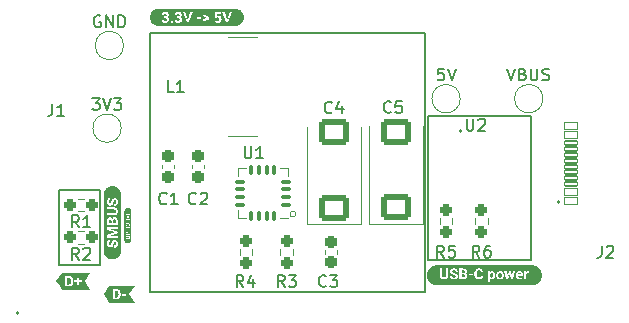
<source format=gto>
%TF.GenerationSoftware,KiCad,Pcbnew,6.0.11+dfsg-1*%
%TF.CreationDate,2024-02-28T17:50:01-05:00*%
%TF.ProjectId,usb-c-expresscard,7573622d-632d-4657-9870-726573736361,R1*%
%TF.SameCoordinates,Original*%
%TF.FileFunction,Legend,Top*%
%TF.FilePolarity,Positive*%
%FSLAX46Y46*%
G04 Gerber Fmt 4.6, Leading zero omitted, Abs format (unit mm)*
G04 Created by KiCad (PCBNEW 6.0.11+dfsg-1) date 2024-02-28 17:50:01*
%MOMM*%
%LPD*%
G01*
G04 APERTURE LIST*
G04 Aperture macros list*
%AMRoundRect*
0 Rectangle with rounded corners*
0 $1 Rounding radius*
0 $2 $3 $4 $5 $6 $7 $8 $9 X,Y pos of 4 corners*
0 Add a 4 corners polygon primitive as box body*
4,1,4,$2,$3,$4,$5,$6,$7,$8,$9,$2,$3,0*
0 Add four circle primitives for the rounded corners*
1,1,$1+$1,$2,$3*
1,1,$1+$1,$4,$5*
1,1,$1+$1,$6,$7*
1,1,$1+$1,$8,$9*
0 Add four rect primitives between the rounded corners*
20,1,$1+$1,$2,$3,$4,$5,0*
20,1,$1+$1,$4,$5,$6,$7,0*
20,1,$1+$1,$6,$7,$8,$9,0*
20,1,$1+$1,$8,$9,$2,$3,0*%
%AMFreePoly0*
4,1,5,1.000760,-0.248920,-1.000760,-0.248920,-1.000760,0.248920,1.000760,0.248920,1.000760,-0.248920,1.000760,-0.248920,$1*%
%AMFreePoly1*
4,1,5,1.000760,-0.248158,-1.000760,-0.248158,-1.000760,0.249682,1.000760,0.249682,1.000760,-0.248158,1.000760,-0.248158,$1*%
%AMFreePoly2*
4,1,5,1.000760,-0.249936,-1.000760,-0.249936,-1.000760,0.247904,1.000760,0.247904,1.000760,-0.249936,1.000760,-0.249936,$1*%
%AMFreePoly3*
4,1,5,1.000760,-0.249174,-1.000760,-0.249174,-1.000760,0.248666,1.000760,0.248666,1.000760,-0.249174,1.000760,-0.249174,$1*%
%AMFreePoly4*
4,1,5,1.000760,-0.248412,-1.000760,-0.248412,-1.000760,0.249428,1.000760,0.249428,1.000760,-0.248412,1.000760,-0.248412,$1*%
%AMFreePoly5*
4,1,5,1.000760,-0.247650,-1.000760,-0.247650,-1.000760,0.250190,1.000760,0.250190,1.000760,-0.247650,1.000760,-0.247650,$1*%
%AMFreePoly6*
4,1,5,1.000760,-0.249428,-1.000760,-0.249428,-1.000760,0.248412,1.000760,0.248412,1.000760,-0.249428,1.000760,-0.249428,$1*%
%AMFreePoly7*
4,1,5,1.000760,-0.248666,-1.000760,-0.248666,-1.000760,0.249174,1.000760,0.249174,1.000760,-0.248666,1.000760,-0.248666,$1*%
%AMFreePoly8*
4,1,5,1.000760,-0.247904,-1.000760,-0.247904,-1.000760,0.249936,1.000760,0.249936,1.000760,-0.247904,1.000760,-0.247904,$1*%
%AMFreePoly9*
4,1,5,1.000760,-0.249682,-1.000760,-0.249682,-1.000760,0.248158,1.000760,0.248158,1.000760,-0.249682,1.000760,-0.249682,$1*%
G04 Aperture macros list end*
%ADD10C,0.150000*%
%ADD11C,0.120000*%
%ADD12C,0.200000*%
%ADD13C,0.010000*%
%ADD14RoundRect,0.237500X-0.237500X0.300000X-0.237500X-0.300000X0.237500X-0.300000X0.237500X0.300000X0*%
%ADD15RoundRect,0.237500X0.250000X0.237500X-0.250000X0.237500X-0.250000X-0.237500X0.250000X-0.237500X0*%
%ADD16RoundRect,0.237500X-0.237500X0.250000X-0.237500X-0.250000X0.237500X-0.250000X0.237500X0.250000X0*%
%ADD17R,0.500126X0.279908*%
%ADD18R,0.900000X2.000000*%
%ADD19RoundRect,0.076200X0.550000X-0.300000X0.550000X0.300000X-0.550000X0.300000X-0.550000X-0.300000X0*%
%ADD20RoundRect,0.076200X0.550000X-0.150000X0.550000X0.150000X-0.550000X0.150000X-0.550000X-0.150000X0*%
%ADD21C,2.000000*%
%ADD22R,2.600000X8.200000*%
%ADD23RoundRect,0.250000X1.025000X-0.875000X1.025000X0.875000X-1.025000X0.875000X-1.025000X-0.875000X0*%
%ADD24RoundRect,0.237500X0.237500X-0.250000X0.237500X0.250000X-0.237500X0.250000X-0.237500X-0.250000X0*%
%ADD25RoundRect,0.087500X0.325000X0.087500X-0.325000X0.087500X-0.325000X-0.087500X0.325000X-0.087500X0*%
%ADD26RoundRect,0.087500X0.087500X0.325000X-0.087500X0.325000X-0.087500X-0.325000X0.087500X-0.325000X0*%
%ADD27R,2.700000X2.700000*%
%ADD28FreePoly0,180.000000*%
%ADD29FreePoly1,180.000000*%
%ADD30FreePoly2,180.000000*%
%ADD31FreePoly3,180.000000*%
%ADD32FreePoly4,180.000000*%
%ADD33FreePoly5,180.000000*%
%ADD34FreePoly6,180.000000*%
%ADD35FreePoly7,180.000000*%
%ADD36FreePoly8,180.000000*%
%ADD37FreePoly9,180.000000*%
G04 APERTURE END LIST*
D10*
X176500000Y-90500000D02*
X185200000Y-90500000D01*
X185200000Y-90500000D02*
X185200000Y-102650000D01*
X185200000Y-102650000D02*
X176500000Y-102650000D01*
X176500000Y-102650000D02*
X176500000Y-90500000D01*
X152900000Y-83450000D02*
X176200000Y-83450000D01*
X176200000Y-83450000D02*
X176200000Y-105350000D01*
X176200000Y-105350000D02*
X152900000Y-105350000D01*
X152900000Y-105350000D02*
X152900000Y-83450000D01*
X148700000Y-103100000D02*
X145200000Y-103100000D01*
X145200000Y-103100000D02*
X145200000Y-96750000D01*
X145200000Y-96750000D02*
X148700000Y-96750000D01*
X148700000Y-96750000D02*
X148700000Y-103100000D01*
%TO.C,C3*%
X167833333Y-104857142D02*
X167785714Y-104904761D01*
X167642857Y-104952380D01*
X167547619Y-104952380D01*
X167404761Y-104904761D01*
X167309523Y-104809523D01*
X167261904Y-104714285D01*
X167214285Y-104523809D01*
X167214285Y-104380952D01*
X167261904Y-104190476D01*
X167309523Y-104095238D01*
X167404761Y-104000000D01*
X167547619Y-103952380D01*
X167642857Y-103952380D01*
X167785714Y-104000000D01*
X167833333Y-104047619D01*
X168166666Y-103952380D02*
X168785714Y-103952380D01*
X168452380Y-104333333D01*
X168595238Y-104333333D01*
X168690476Y-104380952D01*
X168738095Y-104428571D01*
X168785714Y-104523809D01*
X168785714Y-104761904D01*
X168738095Y-104857142D01*
X168690476Y-104904761D01*
X168595238Y-104952380D01*
X168309523Y-104952380D01*
X168214285Y-104904761D01*
X168166666Y-104857142D01*
%TO.C,R2*%
X146920833Y-102632380D02*
X146587500Y-102156190D01*
X146349404Y-102632380D02*
X146349404Y-101632380D01*
X146730357Y-101632380D01*
X146825595Y-101680000D01*
X146873214Y-101727619D01*
X146920833Y-101822857D01*
X146920833Y-101965714D01*
X146873214Y-102060952D01*
X146825595Y-102108571D01*
X146730357Y-102156190D01*
X146349404Y-102156190D01*
X147301785Y-101727619D02*
X147349404Y-101680000D01*
X147444642Y-101632380D01*
X147682738Y-101632380D01*
X147777976Y-101680000D01*
X147825595Y-101727619D01*
X147873214Y-101822857D01*
X147873214Y-101918095D01*
X147825595Y-102060952D01*
X147254166Y-102632380D01*
X147873214Y-102632380D01*
%TO.C,R5*%
X177833333Y-102452380D02*
X177500000Y-101976190D01*
X177261904Y-102452380D02*
X177261904Y-101452380D01*
X177642857Y-101452380D01*
X177738095Y-101500000D01*
X177785714Y-101547619D01*
X177833333Y-101642857D01*
X177833333Y-101785714D01*
X177785714Y-101880952D01*
X177738095Y-101928571D01*
X177642857Y-101976190D01*
X177261904Y-101976190D01*
X178738095Y-101452380D02*
X178261904Y-101452380D01*
X178214285Y-101928571D01*
X178261904Y-101880952D01*
X178357142Y-101833333D01*
X178595238Y-101833333D01*
X178690476Y-101880952D01*
X178738095Y-101928571D01*
X178785714Y-102023809D01*
X178785714Y-102261904D01*
X178738095Y-102357142D01*
X178690476Y-102404761D01*
X178595238Y-102452380D01*
X178357142Y-102452380D01*
X178261904Y-102404761D01*
X178214285Y-102357142D01*
%TO.C,C1*%
X154333333Y-97857142D02*
X154285714Y-97904761D01*
X154142857Y-97952380D01*
X154047619Y-97952380D01*
X153904761Y-97904761D01*
X153809523Y-97809523D01*
X153761904Y-97714285D01*
X153714285Y-97523809D01*
X153714285Y-97380952D01*
X153761904Y-97190476D01*
X153809523Y-97095238D01*
X153904761Y-97000000D01*
X154047619Y-96952380D01*
X154142857Y-96952380D01*
X154285714Y-97000000D01*
X154333333Y-97047619D01*
X155285714Y-97952380D02*
X154714285Y-97952380D01*
X155000000Y-97952380D02*
X155000000Y-96952380D01*
X154904761Y-97095238D01*
X154809523Y-97190476D01*
X154714285Y-97238095D01*
%TO.C,U2*%
X179738095Y-90702380D02*
X179738095Y-91511904D01*
X179785714Y-91607142D01*
X179833333Y-91654761D01*
X179928571Y-91702380D01*
X180119047Y-91702380D01*
X180214285Y-91654761D01*
X180261904Y-91607142D01*
X180309523Y-91511904D01*
X180309523Y-90702380D01*
X180738095Y-90797619D02*
X180785714Y-90750000D01*
X180880952Y-90702380D01*
X181119047Y-90702380D01*
X181214285Y-90750000D01*
X181261904Y-90797619D01*
X181309523Y-90892857D01*
X181309523Y-90988095D01*
X181261904Y-91130952D01*
X180690476Y-91702380D01*
X181309523Y-91702380D01*
%TO.C,J2*%
X191166666Y-101452380D02*
X191166666Y-102166666D01*
X191119047Y-102309523D01*
X191023809Y-102404761D01*
X190880952Y-102452380D01*
X190785714Y-102452380D01*
X191595238Y-101547619D02*
X191642857Y-101500000D01*
X191738095Y-101452380D01*
X191976190Y-101452380D01*
X192071428Y-101500000D01*
X192119047Y-101547619D01*
X192166666Y-101642857D01*
X192166666Y-101738095D01*
X192119047Y-101880952D01*
X191547619Y-102452380D01*
X192166666Y-102452380D01*
%TO.C,C2*%
X156833333Y-97857142D02*
X156785714Y-97904761D01*
X156642857Y-97952380D01*
X156547619Y-97952380D01*
X156404761Y-97904761D01*
X156309523Y-97809523D01*
X156261904Y-97714285D01*
X156214285Y-97523809D01*
X156214285Y-97380952D01*
X156261904Y-97190476D01*
X156309523Y-97095238D01*
X156404761Y-97000000D01*
X156547619Y-96952380D01*
X156642857Y-96952380D01*
X156785714Y-97000000D01*
X156833333Y-97047619D01*
X157214285Y-97047619D02*
X157261904Y-97000000D01*
X157357142Y-96952380D01*
X157595238Y-96952380D01*
X157690476Y-97000000D01*
X157738095Y-97047619D01*
X157785714Y-97142857D01*
X157785714Y-97238095D01*
X157738095Y-97380952D01*
X157166666Y-97952380D01*
X157785714Y-97952380D01*
%TO.C,VBUS*%
X183166666Y-86454380D02*
X183500000Y-87454380D01*
X183833333Y-86454380D01*
X184500000Y-86930571D02*
X184642857Y-86978190D01*
X184690476Y-87025809D01*
X184738095Y-87121047D01*
X184738095Y-87263904D01*
X184690476Y-87359142D01*
X184642857Y-87406761D01*
X184547619Y-87454380D01*
X184166666Y-87454380D01*
X184166666Y-86454380D01*
X184500000Y-86454380D01*
X184595238Y-86502000D01*
X184642857Y-86549619D01*
X184690476Y-86644857D01*
X184690476Y-86740095D01*
X184642857Y-86835333D01*
X184595238Y-86882952D01*
X184500000Y-86930571D01*
X184166666Y-86930571D01*
X185166666Y-86454380D02*
X185166666Y-87263904D01*
X185214285Y-87359142D01*
X185261904Y-87406761D01*
X185357142Y-87454380D01*
X185547619Y-87454380D01*
X185642857Y-87406761D01*
X185690476Y-87359142D01*
X185738095Y-87263904D01*
X185738095Y-86454380D01*
X186166666Y-87406761D02*
X186309523Y-87454380D01*
X186547619Y-87454380D01*
X186642857Y-87406761D01*
X186690476Y-87359142D01*
X186738095Y-87263904D01*
X186738095Y-87168666D01*
X186690476Y-87073428D01*
X186642857Y-87025809D01*
X186547619Y-86978190D01*
X186357142Y-86930571D01*
X186261904Y-86882952D01*
X186214285Y-86835333D01*
X186166666Y-86740095D01*
X186166666Y-86644857D01*
X186214285Y-86549619D01*
X186261904Y-86502000D01*
X186357142Y-86454380D01*
X186595238Y-86454380D01*
X186738095Y-86502000D01*
%TO.C,R1*%
X146920833Y-99882380D02*
X146587500Y-99406190D01*
X146349404Y-99882380D02*
X146349404Y-98882380D01*
X146730357Y-98882380D01*
X146825595Y-98930000D01*
X146873214Y-98977619D01*
X146920833Y-99072857D01*
X146920833Y-99215714D01*
X146873214Y-99310952D01*
X146825595Y-99358571D01*
X146730357Y-99406190D01*
X146349404Y-99406190D01*
X147873214Y-99882380D02*
X147301785Y-99882380D01*
X147587500Y-99882380D02*
X147587500Y-98882380D01*
X147492261Y-99025238D01*
X147397023Y-99120476D01*
X147301785Y-99168095D01*
%TO.C,R6*%
X180833333Y-102452380D02*
X180500000Y-101976190D01*
X180261904Y-102452380D02*
X180261904Y-101452380D01*
X180642857Y-101452380D01*
X180738095Y-101500000D01*
X180785714Y-101547619D01*
X180833333Y-101642857D01*
X180833333Y-101785714D01*
X180785714Y-101880952D01*
X180738095Y-101928571D01*
X180642857Y-101976190D01*
X180261904Y-101976190D01*
X181690476Y-101452380D02*
X181500000Y-101452380D01*
X181404761Y-101500000D01*
X181357142Y-101547619D01*
X181261904Y-101690476D01*
X181214285Y-101880952D01*
X181214285Y-102261904D01*
X181261904Y-102357142D01*
X181309523Y-102404761D01*
X181404761Y-102452380D01*
X181595238Y-102452380D01*
X181690476Y-102404761D01*
X181738095Y-102357142D01*
X181785714Y-102261904D01*
X181785714Y-102023809D01*
X181738095Y-101928571D01*
X181690476Y-101880952D01*
X181595238Y-101833333D01*
X181404761Y-101833333D01*
X181309523Y-101880952D01*
X181261904Y-101928571D01*
X181214285Y-102023809D01*
%TO.C,L1*%
X154933333Y-88452380D02*
X154457142Y-88452380D01*
X154457142Y-87452380D01*
X155790476Y-88452380D02*
X155219047Y-88452380D01*
X155504761Y-88452380D02*
X155504761Y-87452380D01*
X155409523Y-87595238D01*
X155314285Y-87690476D01*
X155219047Y-87738095D01*
%TO.C,C5*%
X173333333Y-90107142D02*
X173285714Y-90154761D01*
X173142857Y-90202380D01*
X173047619Y-90202380D01*
X172904761Y-90154761D01*
X172809523Y-90059523D01*
X172761904Y-89964285D01*
X172714285Y-89773809D01*
X172714285Y-89630952D01*
X172761904Y-89440476D01*
X172809523Y-89345238D01*
X172904761Y-89250000D01*
X173047619Y-89202380D01*
X173142857Y-89202380D01*
X173285714Y-89250000D01*
X173333333Y-89297619D01*
X174238095Y-89202380D02*
X173761904Y-89202380D01*
X173714285Y-89678571D01*
X173761904Y-89630952D01*
X173857142Y-89583333D01*
X174095238Y-89583333D01*
X174190476Y-89630952D01*
X174238095Y-89678571D01*
X174285714Y-89773809D01*
X174285714Y-90011904D01*
X174238095Y-90107142D01*
X174190476Y-90154761D01*
X174095238Y-90202380D01*
X173857142Y-90202380D01*
X173761904Y-90154761D01*
X173714285Y-90107142D01*
%TO.C,3V3*%
X148061904Y-88954380D02*
X148680952Y-88954380D01*
X148347619Y-89335333D01*
X148490476Y-89335333D01*
X148585714Y-89382952D01*
X148633333Y-89430571D01*
X148680952Y-89525809D01*
X148680952Y-89763904D01*
X148633333Y-89859142D01*
X148585714Y-89906761D01*
X148490476Y-89954380D01*
X148204761Y-89954380D01*
X148109523Y-89906761D01*
X148061904Y-89859142D01*
X148966666Y-88954380D02*
X149300000Y-89954380D01*
X149633333Y-88954380D01*
X149871428Y-88954380D02*
X150490476Y-88954380D01*
X150157142Y-89335333D01*
X150300000Y-89335333D01*
X150395238Y-89382952D01*
X150442857Y-89430571D01*
X150490476Y-89525809D01*
X150490476Y-89763904D01*
X150442857Y-89859142D01*
X150395238Y-89906761D01*
X150300000Y-89954380D01*
X150014285Y-89954380D01*
X149919047Y-89906761D01*
X149871428Y-89859142D01*
%TO.C,GND*%
X148738095Y-82002000D02*
X148642857Y-81954380D01*
X148500000Y-81954380D01*
X148357142Y-82002000D01*
X148261904Y-82097238D01*
X148214285Y-82192476D01*
X148166666Y-82382952D01*
X148166666Y-82525809D01*
X148214285Y-82716285D01*
X148261904Y-82811523D01*
X148357142Y-82906761D01*
X148500000Y-82954380D01*
X148595238Y-82954380D01*
X148738095Y-82906761D01*
X148785714Y-82859142D01*
X148785714Y-82525809D01*
X148595238Y-82525809D01*
X149214285Y-82954380D02*
X149214285Y-81954380D01*
X149785714Y-82954380D01*
X149785714Y-81954380D01*
X150261904Y-82954380D02*
X150261904Y-81954380D01*
X150500000Y-81954380D01*
X150642857Y-82002000D01*
X150738095Y-82097238D01*
X150785714Y-82192476D01*
X150833333Y-82382952D01*
X150833333Y-82525809D01*
X150785714Y-82716285D01*
X150738095Y-82811523D01*
X150642857Y-82906761D01*
X150500000Y-82954380D01*
X150261904Y-82954380D01*
%TO.C,C4*%
X168333333Y-90157142D02*
X168285714Y-90204761D01*
X168142857Y-90252380D01*
X168047619Y-90252380D01*
X167904761Y-90204761D01*
X167809523Y-90109523D01*
X167761904Y-90014285D01*
X167714285Y-89823809D01*
X167714285Y-89680952D01*
X167761904Y-89490476D01*
X167809523Y-89395238D01*
X167904761Y-89300000D01*
X168047619Y-89252380D01*
X168142857Y-89252380D01*
X168285714Y-89300000D01*
X168333333Y-89347619D01*
X169190476Y-89585714D02*
X169190476Y-90252380D01*
X168952380Y-89204761D02*
X168714285Y-89919047D01*
X169333333Y-89919047D01*
%TO.C,R4*%
X160833333Y-104952380D02*
X160500000Y-104476190D01*
X160261904Y-104952380D02*
X160261904Y-103952380D01*
X160642857Y-103952380D01*
X160738095Y-104000000D01*
X160785714Y-104047619D01*
X160833333Y-104142857D01*
X160833333Y-104285714D01*
X160785714Y-104380952D01*
X160738095Y-104428571D01*
X160642857Y-104476190D01*
X160261904Y-104476190D01*
X161690476Y-104285714D02*
X161690476Y-104952380D01*
X161452380Y-103904761D02*
X161214285Y-104619047D01*
X161833333Y-104619047D01*
%TO.C,R3*%
X164333333Y-104952380D02*
X164000000Y-104476190D01*
X163761904Y-104952380D02*
X163761904Y-103952380D01*
X164142857Y-103952380D01*
X164238095Y-104000000D01*
X164285714Y-104047619D01*
X164333333Y-104142857D01*
X164333333Y-104285714D01*
X164285714Y-104380952D01*
X164238095Y-104428571D01*
X164142857Y-104476190D01*
X163761904Y-104476190D01*
X164666666Y-103952380D02*
X165285714Y-103952380D01*
X164952380Y-104333333D01*
X165095238Y-104333333D01*
X165190476Y-104380952D01*
X165238095Y-104428571D01*
X165285714Y-104523809D01*
X165285714Y-104761904D01*
X165238095Y-104857142D01*
X165190476Y-104904761D01*
X165095238Y-104952380D01*
X164809523Y-104952380D01*
X164714285Y-104904761D01*
X164666666Y-104857142D01*
%TO.C,U1*%
X160938095Y-93052380D02*
X160938095Y-93861904D01*
X160985714Y-93957142D01*
X161033333Y-94004761D01*
X161128571Y-94052380D01*
X161319047Y-94052380D01*
X161414285Y-94004761D01*
X161461904Y-93957142D01*
X161509523Y-93861904D01*
X161509523Y-93052380D01*
X162509523Y-94052380D02*
X161938095Y-94052380D01*
X162223809Y-94052380D02*
X162223809Y-93052380D01*
X162128571Y-93195238D01*
X162033333Y-93290476D01*
X161938095Y-93338095D01*
%TO.C,J1*%
X144666666Y-89452380D02*
X144666666Y-90166666D01*
X144619047Y-90309523D01*
X144523809Y-90404761D01*
X144380952Y-90452380D01*
X144285714Y-90452380D01*
X145666666Y-90452380D02*
X145095238Y-90452380D01*
X145380952Y-90452380D02*
X145380952Y-89452380D01*
X145285714Y-89595238D01*
X145190476Y-89690476D01*
X145095238Y-89738095D01*
%TO.C,5V*%
X177809523Y-86454380D02*
X177333333Y-86454380D01*
X177285714Y-86930571D01*
X177333333Y-86882952D01*
X177428571Y-86835333D01*
X177666666Y-86835333D01*
X177761904Y-86882952D01*
X177809523Y-86930571D01*
X177857142Y-87025809D01*
X177857142Y-87263904D01*
X177809523Y-87359142D01*
X177761904Y-87406761D01*
X177666666Y-87454380D01*
X177428571Y-87454380D01*
X177333333Y-87406761D01*
X177285714Y-87359142D01*
X178142857Y-86454380D02*
X178476190Y-87454380D01*
X178809523Y-86454380D01*
D11*
%TO.C,C3*%
X168760000Y-101853733D02*
X168760000Y-102146267D01*
X167740000Y-101853733D02*
X167740000Y-102146267D01*
%TO.C,R2*%
X147342224Y-100227500D02*
X146832776Y-100227500D01*
X147342224Y-101272500D02*
X146832776Y-101272500D01*
%TO.C,R5*%
X177477500Y-99082776D02*
X177477500Y-99592224D01*
X178522500Y-99082776D02*
X178522500Y-99592224D01*
%TO.C,C1*%
X153990000Y-94603733D02*
X153990000Y-94896267D01*
X155010000Y-94603733D02*
X155010000Y-94896267D01*
%TO.C,kibuzzard-65DE897E*%
G36*
X184308418Y-103772957D02*
G01*
X184340664Y-103865044D01*
X184340664Y-103879307D01*
X184091377Y-103879307D01*
X184106647Y-103820085D01*
X184133855Y-103776367D01*
X184220361Y-103740400D01*
X184308418Y-103772957D01*
G37*
G36*
X177153995Y-104797115D02*
G01*
X177071365Y-104784858D01*
X176990334Y-104764561D01*
X176911683Y-104736419D01*
X176836169Y-104700704D01*
X176764519Y-104657759D01*
X176697424Y-104607997D01*
X176635529Y-104551899D01*
X176621691Y-104536631D01*
X181565640Y-104536631D01*
X181744853Y-104536631D01*
X181744853Y-104220371D01*
X181817252Y-104273391D01*
X181909185Y-104291064D01*
X181983495Y-104280695D01*
X182046851Y-104249586D01*
X182099250Y-104197737D01*
X182138352Y-104128663D01*
X182161813Y-104045877D01*
X182169634Y-103949380D01*
X182169634Y-103945039D01*
X182252729Y-103945039D01*
X182262341Y-104044258D01*
X182291177Y-104128594D01*
X182339236Y-104198047D01*
X182403418Y-104249723D01*
X182480622Y-104280729D01*
X182570850Y-104291064D01*
X182661042Y-104280695D01*
X182738143Y-104249586D01*
X182802153Y-104197737D01*
X182850040Y-104128732D01*
X182878772Y-104046153D01*
X182888350Y-103950000D01*
X182887109Y-103904111D01*
X182872054Y-103815641D01*
X182840118Y-103740400D01*
X182791301Y-103678389D01*
X182728497Y-103632224D01*
X182663055Y-103607695D01*
X182947261Y-103607695D01*
X183118413Y-104278662D01*
X183267861Y-104278662D01*
X183394985Y-103856362D01*
X183522109Y-104278662D01*
X183672178Y-104278662D01*
X183753641Y-103959302D01*
X183907822Y-103959302D01*
X183918123Y-104053077D01*
X183949026Y-104133486D01*
X184000530Y-104200527D01*
X184068433Y-104250826D01*
X184148531Y-104281005D01*
X184240825Y-104291064D01*
X184320820Y-104283080D01*
X184334203Y-104278662D01*
X184618476Y-104278662D01*
X184797690Y-104278662D01*
X184797690Y-103839619D01*
X184846835Y-103787994D01*
X184931016Y-103770786D01*
X184995508Y-103775747D01*
X184997988Y-103603354D01*
X184942178Y-103595293D01*
X184857067Y-103618392D01*
X184792729Y-103687690D01*
X184787768Y-103607695D01*
X184618476Y-103607695D01*
X184618476Y-104278662D01*
X184334203Y-104278662D01*
X184393374Y-104259128D01*
X184455076Y-104220914D01*
X184502515Y-104170142D01*
X184414458Y-104071543D01*
X184344850Y-104127819D01*
X184252607Y-104146577D01*
X184191448Y-104136655D01*
X184141916Y-104106890D01*
X184106957Y-104060691D01*
X184089517Y-104001470D01*
X184516777Y-104001470D01*
X184516777Y-103928296D01*
X184507992Y-103830111D01*
X184481637Y-103748049D01*
X184437712Y-103682109D01*
X184378491Y-103633878D01*
X184306247Y-103604939D01*
X184220981Y-103595293D01*
X184134242Y-103606068D01*
X184057581Y-103638391D01*
X183994096Y-103690636D01*
X183946890Y-103761174D01*
X183917589Y-103846208D01*
X183907822Y-103941938D01*
X183907822Y-103959302D01*
X183753641Y-103959302D01*
X183843330Y-103607695D01*
X183670317Y-103607695D01*
X183582261Y-104034956D01*
X183460098Y-103607695D01*
X183330493Y-103607695D01*
X183207710Y-104034336D01*
X183120273Y-103607695D01*
X182947261Y-103607695D01*
X182663055Y-103607695D01*
X182654600Y-103604526D01*
X182569609Y-103595293D01*
X182479925Y-103605990D01*
X182401868Y-103638081D01*
X182338073Y-103689706D01*
X182291177Y-103759004D01*
X182262341Y-103842565D01*
X182252729Y-103936978D01*
X182252729Y-103945039D01*
X182169634Y-103945039D01*
X182169634Y-103940078D01*
X182161986Y-103840308D01*
X182139041Y-103755972D01*
X182100801Y-103687070D01*
X182048780Y-103636083D01*
X181984494Y-103605490D01*
X181907944Y-103595293D01*
X181813066Y-103614827D01*
X181738032Y-103673428D01*
X181731831Y-103607695D01*
X181565640Y-103607695D01*
X181565640Y-104536631D01*
X176621691Y-104536631D01*
X176579431Y-104490005D01*
X176529670Y-104422909D01*
X176486725Y-104351260D01*
X176451009Y-104275746D01*
X176422867Y-104197094D01*
X176402570Y-104116064D01*
X176390313Y-104033434D01*
X176387554Y-103977285D01*
X177502012Y-103977285D01*
X177513380Y-104067891D01*
X177545006Y-104144579D01*
X177596890Y-104207349D01*
X177666136Y-104253857D01*
X177749852Y-104281763D01*
X177848037Y-104291064D01*
X177947566Y-104281487D01*
X178032005Y-104252755D01*
X178101355Y-104204868D01*
X178152859Y-104140514D01*
X178183762Y-104062379D01*
X178191352Y-103994648D01*
X178308784Y-103994648D01*
X178320024Y-104076814D01*
X178353743Y-104148438D01*
X178408856Y-104207736D01*
X178484277Y-104252927D01*
X178574504Y-104281530D01*
X178674033Y-104291064D01*
X178767257Y-104283657D01*
X178785147Y-104278662D01*
X179127339Y-104278662D01*
X179478325Y-104278662D01*
X179572996Y-104270532D01*
X179651958Y-104247794D01*
X179715210Y-104210449D01*
X179761374Y-104158773D01*
X179789073Y-104093040D01*
X179798306Y-104013252D01*
X179791346Y-103964263D01*
X179925430Y-103964263D01*
X180274556Y-103964263D01*
X180274556Y-103853262D01*
X180402920Y-103853262D01*
X180409140Y-103949826D01*
X180427802Y-104035499D01*
X180458905Y-104110281D01*
X180502449Y-104174172D01*
X180556845Y-104225313D01*
X180620503Y-104261841D01*
X180693425Y-104283759D01*
X180775610Y-104291064D01*
X180874588Y-104281763D01*
X180959854Y-104253857D01*
X181031409Y-104207349D01*
X181086496Y-104144648D01*
X181122359Y-104068167D01*
X181138999Y-103977905D01*
X180952964Y-103977905D01*
X180937693Y-104049606D01*
X180904285Y-104099758D01*
X180850877Y-104129291D01*
X180775610Y-104139136D01*
X180692902Y-104122238D01*
X180635774Y-104071543D01*
X180611141Y-104017731D01*
X180596362Y-103946417D01*
X180591435Y-103857603D01*
X180591435Y-103789390D01*
X180597258Y-103704124D01*
X180613071Y-103635187D01*
X180638874Y-103582581D01*
X180696778Y-103532584D01*
X180778091Y-103515918D01*
X180852737Y-103525762D01*
X180905525Y-103555295D01*
X180938624Y-103606688D01*
X180954204Y-103682109D01*
X181140239Y-103682109D01*
X181121360Y-103588747D01*
X181084566Y-103510406D01*
X181029858Y-103447085D01*
X180959441Y-103400576D01*
X180875518Y-103372671D01*
X180778091Y-103363369D01*
X180705916Y-103369260D01*
X180639874Y-103386934D01*
X180579963Y-103416389D01*
X180504542Y-103480959D01*
X180448809Y-103568628D01*
X180423315Y-103638219D01*
X180408019Y-103714700D01*
X180402920Y-103798071D01*
X180402920Y-103853262D01*
X180274556Y-103853262D01*
X180274556Y-103819775D01*
X179925430Y-103819775D01*
X179925430Y-103964263D01*
X179791346Y-103964263D01*
X179788306Y-103942869D01*
X179758308Y-103884268D01*
X179710947Y-103840394D01*
X179648857Y-103814194D01*
X179702963Y-103783886D01*
X179743735Y-103740090D01*
X179769315Y-103685598D01*
X179777842Y-103623198D01*
X179768402Y-103548681D01*
X179740083Y-103487186D01*
X179692886Y-103438713D01*
X179627429Y-103403746D01*
X179544333Y-103382765D01*
X179443599Y-103375771D01*
X179127339Y-103375771D01*
X179127339Y-104278662D01*
X178785147Y-104278662D01*
X178846839Y-104261437D01*
X178912778Y-104224402D01*
X178962043Y-104174345D01*
X178991602Y-104113056D01*
X179001455Y-104040537D01*
X178983317Y-103943799D01*
X178928901Y-103864424D01*
X178870955Y-103819844D01*
X178793854Y-103780363D01*
X178697598Y-103745981D01*
X178621866Y-103719006D01*
X178567063Y-103690171D01*
X178522725Y-103616377D01*
X178560552Y-103540413D01*
X178605975Y-103518786D01*
X178666592Y-103511577D01*
X178729379Y-103520181D01*
X178776352Y-103545994D01*
X178805653Y-103587309D01*
X178815420Y-103642422D01*
X179001455Y-103642422D01*
X178990991Y-103565527D01*
X178959597Y-103497314D01*
X178909290Y-103440651D01*
X178842085Y-103398406D01*
X178761160Y-103372128D01*
X178669692Y-103363369D01*
X178578303Y-103371431D01*
X178496370Y-103395615D01*
X178428157Y-103434140D01*
X178377927Y-103485222D01*
X178346999Y-103546536D01*
X178336689Y-103615757D01*
X178353777Y-103703193D01*
X178405040Y-103777814D01*
X178490478Y-103839619D01*
X178556986Y-103870237D01*
X178643647Y-103901321D01*
X178725503Y-103931862D01*
X178777593Y-103960852D01*
X178814800Y-104041777D01*
X178777593Y-104117122D01*
X178733099Y-104137353D01*
X178674033Y-104144097D01*
X178595898Y-104134756D01*
X178540088Y-104106735D01*
X178506601Y-104060032D01*
X178495439Y-103994648D01*
X178308784Y-103994648D01*
X178191352Y-103994648D01*
X178194062Y-103970464D01*
X178194062Y-103375771D01*
X178007407Y-103375771D01*
X178007407Y-103976665D01*
X177996516Y-104048831D01*
X177966324Y-104100378D01*
X177916831Y-104131307D01*
X177848037Y-104141616D01*
X177781142Y-104131462D01*
X177730525Y-104100999D01*
X177698666Y-104048366D01*
X177688047Y-103971704D01*
X177688047Y-103375771D01*
X177502012Y-103375771D01*
X177502012Y-103977285D01*
X176387554Y-103977285D01*
X176386214Y-103950000D01*
X176390313Y-103866566D01*
X176402570Y-103783936D01*
X176422867Y-103702906D01*
X176451009Y-103624254D01*
X176486725Y-103548740D01*
X176529670Y-103477091D01*
X176579431Y-103409995D01*
X176635529Y-103348101D01*
X176697424Y-103292003D01*
X176764519Y-103242241D01*
X176836169Y-103199296D01*
X176911683Y-103163581D01*
X176990334Y-103135439D01*
X177071365Y-103115142D01*
X177153995Y-103102885D01*
X177237428Y-103098786D01*
X185262572Y-103098786D01*
X185346005Y-103102885D01*
X185428635Y-103115142D01*
X185509666Y-103135439D01*
X185588317Y-103163581D01*
X185663831Y-103199296D01*
X185735481Y-103242241D01*
X185802576Y-103292003D01*
X185864471Y-103348101D01*
X185920569Y-103409995D01*
X185970330Y-103477091D01*
X186013275Y-103548740D01*
X186048991Y-103624254D01*
X186077133Y-103702906D01*
X186097430Y-103783936D01*
X186109687Y-103866566D01*
X186113786Y-103950000D01*
X186109687Y-104033434D01*
X186097430Y-104116064D01*
X186077133Y-104197094D01*
X186048991Y-104275746D01*
X186013275Y-104351260D01*
X185970330Y-104422909D01*
X185920569Y-104490005D01*
X185864471Y-104551899D01*
X185802576Y-104607997D01*
X185735481Y-104657759D01*
X185663831Y-104700704D01*
X185588317Y-104736419D01*
X185509666Y-104764561D01*
X185428635Y-104784858D01*
X185346005Y-104797115D01*
X185262572Y-104801214D01*
X177237428Y-104801214D01*
X177153995Y-104797115D01*
G37*
G36*
X181916548Y-103753733D02*
G01*
X181957244Y-103791870D01*
X181982126Y-103853417D01*
X181990420Y-103936357D01*
X181982397Y-104028329D01*
X181958329Y-104094022D01*
X181918215Y-104133438D01*
X181862056Y-104146577D01*
X181790587Y-104129989D01*
X181744853Y-104080225D01*
X181744853Y-103805513D01*
X181789657Y-103757144D01*
X181860815Y-103741021D01*
X181916548Y-103753733D01*
G37*
G36*
X182628520Y-103753268D02*
G01*
X182672549Y-103791870D01*
X182699989Y-103853882D01*
X182709136Y-103936978D01*
X182699989Y-104031778D01*
X182672549Y-104096658D01*
X182628831Y-104134097D01*
X182570850Y-104146577D01*
X182511628Y-104133942D01*
X182467910Y-104096038D01*
X182440935Y-104034258D01*
X182431943Y-103950000D01*
X182440935Y-103856750D01*
X182467910Y-103791560D01*
X182511318Y-103753190D01*
X182569609Y-103740400D01*
X182628520Y-103753268D01*
G37*
G36*
X179510184Y-103533204D02*
G01*
X179556150Y-103553435D01*
X179582892Y-103589014D01*
X179591807Y-103641802D01*
X179576166Y-103703056D01*
X179529244Y-103740469D01*
X179451040Y-103754043D01*
X179313374Y-103754043D01*
X179313374Y-103526460D01*
X179443599Y-103526460D01*
X179510184Y-103533204D01*
G37*
G36*
X179555220Y-103900322D02*
G01*
X179598008Y-103942283D01*
X179612270Y-104011392D01*
X179575373Y-104097898D01*
X179531268Y-104121385D01*
X179472744Y-104129214D01*
X179313374Y-104129214D01*
X179313374Y-103885508D01*
X179483906Y-103885508D01*
X179555220Y-103900322D01*
G37*
%TO.C,U2*%
X179364629Y-91718000D02*
G75*
G03*
X179364629Y-91718000I-134629J0D01*
G01*
D12*
%TO.C,J2*%
X187607500Y-97740000D02*
G75*
G03*
X187607500Y-97740000I-100000J0D01*
G01*
D11*
%TO.C,C2*%
X157510000Y-94603733D02*
X157510000Y-94896267D01*
X156490000Y-94603733D02*
X156490000Y-94896267D01*
%TO.C,VBUS*%
X186200000Y-89000000D02*
G75*
G03*
X186200000Y-89000000I-1200000J0D01*
G01*
%TO.C,R1*%
X147342224Y-98522500D02*
X146832776Y-98522500D01*
X147342224Y-97477500D02*
X146832776Y-97477500D01*
%TO.C,kibuzzard-65DE8EC7*%
G36*
X145008572Y-104450000D02*
G01*
X145485924Y-103733971D01*
X147891428Y-103733971D01*
X147414076Y-104450000D01*
X147891428Y-105166029D01*
X145485924Y-105166029D01*
X145309535Y-104901445D01*
X145750508Y-104901445D01*
X146030181Y-104901445D01*
X146106455Y-104895106D01*
X146177355Y-104876916D01*
X146242881Y-104846875D01*
X146301000Y-104806016D01*
X146349679Y-104755373D01*
X146388918Y-104694946D01*
X146417685Y-104626527D01*
X146433559Y-104557900D01*
X146530615Y-104557900D01*
X146755098Y-104557900D01*
X146755098Y-104810908D01*
X146925630Y-104810908D01*
X146925630Y-104557900D01*
X147149492Y-104557900D01*
X147149492Y-104396050D01*
X146925630Y-104396050D01*
X146925630Y-104153584D01*
X146755098Y-104153584D01*
X146755098Y-104396050D01*
X146530615Y-104396050D01*
X146530615Y-104557900D01*
X146433559Y-104557900D01*
X146434945Y-104551906D01*
X146440698Y-104471084D01*
X146440698Y-104429536D01*
X146434842Y-104348611D01*
X146417272Y-104273680D01*
X146387988Y-104204744D01*
X146348266Y-104143834D01*
X146299380Y-104092985D01*
X146241331Y-104052195D01*
X146175908Y-104022395D01*
X146104905Y-104004515D01*
X146028320Y-103998555D01*
X145750508Y-103998555D01*
X145750508Y-104901445D01*
X145309535Y-104901445D01*
X145008572Y-104450000D01*
G37*
G36*
X146124904Y-104166994D02*
G01*
X146195132Y-104220247D01*
X146226827Y-104274989D01*
X146245844Y-104344546D01*
X146252183Y-104428916D01*
X146252183Y-104476665D01*
X146245086Y-104558314D01*
X146225449Y-104626320D01*
X146193271Y-104680684D01*
X146122733Y-104734169D01*
X146026460Y-104751997D01*
X145936543Y-104751997D01*
X145936543Y-104149243D01*
X146028320Y-104149243D01*
X146124904Y-104166994D01*
G37*
%TO.C,R6*%
X180477500Y-99082776D02*
X180477500Y-99592224D01*
X181522500Y-99082776D02*
X181522500Y-99592224D01*
%TO.C,kibuzzard-65DE8F1B*%
G36*
X153587765Y-82824923D02*
G01*
X153517054Y-82814434D01*
X153447712Y-82797065D01*
X153380406Y-82772982D01*
X153315784Y-82742419D01*
X153254470Y-82705668D01*
X153197053Y-82663085D01*
X153144086Y-82615078D01*
X153096079Y-82562112D01*
X153053496Y-82504695D01*
X153016745Y-82443380D01*
X152986182Y-82378758D01*
X152962099Y-82311452D01*
X152960237Y-82304019D01*
X153923748Y-82304019D01*
X153933290Y-82377055D01*
X153961919Y-82439893D01*
X154009634Y-82492534D01*
X154072369Y-82532153D01*
X154146060Y-82555924D01*
X154230706Y-82563848D01*
X154320726Y-82555786D01*
X154398137Y-82531602D01*
X154462939Y-82491294D01*
X154488283Y-82463389D01*
X154690832Y-82463389D01*
X154719358Y-82531912D01*
X154791912Y-82558267D01*
X154865085Y-82531912D01*
X154893611Y-82463389D01*
X154864775Y-82393936D01*
X154791912Y-82367271D01*
X154719668Y-82393936D01*
X154690832Y-82463389D01*
X154488283Y-82463389D01*
X154511688Y-82437619D01*
X154540936Y-82373334D01*
X154549959Y-82304019D01*
X155021355Y-82304019D01*
X155030898Y-82377055D01*
X155059527Y-82439893D01*
X155107241Y-82492534D01*
X155169976Y-82532153D01*
X155243667Y-82555924D01*
X155328313Y-82563848D01*
X155418333Y-82555786D01*
X155495745Y-82531602D01*
X155560547Y-82491294D01*
X155609295Y-82437619D01*
X155638544Y-82373334D01*
X155648293Y-82298438D01*
X155638914Y-82228984D01*
X155610776Y-82169453D01*
X155563570Y-82121704D01*
X155496985Y-82087598D01*
X155552485Y-82053646D01*
X155596204Y-82007603D01*
X155624574Y-81953032D01*
X155634031Y-81893501D01*
X155625005Y-81819052D01*
X155597926Y-81756111D01*
X155552795Y-81704675D01*
X155491748Y-81666607D01*
X155432610Y-81648555D01*
X155714646Y-81648555D01*
X156027805Y-82551445D01*
X156221902Y-82551445D01*
X156331380Y-82237046D01*
X156925115Y-82237046D01*
X157274241Y-82237046D01*
X157274241Y-82092559D01*
X156925115Y-82092559D01*
X156925115Y-82237046D01*
X156331380Y-82237046D01*
X156459861Y-81868076D01*
X157423689Y-81868076D01*
X157423689Y-82040469D01*
X157783977Y-82166353D01*
X157423689Y-82294097D01*
X157423689Y-82467109D01*
X157820662Y-82300298D01*
X158386731Y-82300298D01*
X158398746Y-82373007D01*
X158429829Y-82437344D01*
X158477811Y-82490751D01*
X158540520Y-82530671D01*
X158613539Y-82555554D01*
X158692449Y-82563848D01*
X158779885Y-82554313D01*
X158854919Y-82525710D01*
X158915768Y-82479822D01*
X158960649Y-82418430D01*
X158988322Y-82344714D01*
X158997546Y-82261851D01*
X158989416Y-82173036D01*
X158965025Y-82098415D01*
X158924373Y-82037988D01*
X158869389Y-81993547D01*
X158802003Y-81966882D01*
X158722214Y-81957993D01*
X158652296Y-81966520D01*
X158586409Y-81992100D01*
X158608733Y-81798003D01*
X158967781Y-81798003D01*
X158967781Y-81648555D01*
X159054597Y-81648555D01*
X159367756Y-82551445D01*
X159561853Y-82551445D01*
X159876252Y-81648555D01*
X159669133Y-81648555D01*
X159464495Y-82327583D01*
X159261096Y-81648555D01*
X159054597Y-81648555D01*
X158967781Y-81648555D01*
X158461765Y-81648555D01*
X158409675Y-82107441D01*
X158552302Y-82142788D01*
X158569665Y-82126665D01*
X158615399Y-82101550D01*
X158673225Y-82093179D01*
X158734772Y-82103411D01*
X158780505Y-82134106D01*
X158808876Y-82184026D01*
X158818332Y-82251929D01*
X158810116Y-82322855D01*
X158785466Y-82375642D01*
X158745624Y-82408431D01*
X158691829Y-82419360D01*
X158603462Y-82388044D01*
X158564084Y-82300298D01*
X158386731Y-82300298D01*
X157820662Y-82300298D01*
X157963811Y-82240146D01*
X157963811Y-82094419D01*
X157423689Y-81868076D01*
X156459861Y-81868076D01*
X156536301Y-81648555D01*
X156329182Y-81648555D01*
X156124543Y-82327583D01*
X155921145Y-81648555D01*
X155714646Y-81648555D01*
X155432610Y-81648555D01*
X155416921Y-81643766D01*
X155328313Y-81636152D01*
X155249326Y-81644059D01*
X155177314Y-81667778D01*
X155116388Y-81705528D01*
X155070654Y-81755525D01*
X155042051Y-81815289D01*
X155032517Y-81882339D01*
X155211731Y-81882339D01*
X155246457Y-81808855D01*
X155332654Y-81780640D01*
X155422261Y-81811025D01*
X155454817Y-81895981D01*
X155421951Y-81986519D01*
X155380248Y-82012098D01*
X155320872Y-82020625D01*
X155225373Y-82020625D01*
X155225373Y-82160771D01*
X155320251Y-82160771D01*
X155402934Y-82175792D01*
X155452543Y-82220854D01*
X155469080Y-82295957D01*
X155432803Y-82385564D01*
X155389627Y-82410911D01*
X155332654Y-82419360D01*
X155238706Y-82387114D01*
X155200569Y-82304019D01*
X155021355Y-82304019D01*
X154549959Y-82304019D01*
X154550686Y-82298438D01*
X154541307Y-82228984D01*
X154513169Y-82169453D01*
X154465962Y-82121704D01*
X154399377Y-82087598D01*
X154454878Y-82053646D01*
X154498596Y-82007603D01*
X154526967Y-81953032D01*
X154536423Y-81893501D01*
X154527397Y-81819052D01*
X154500319Y-81756111D01*
X154455188Y-81704675D01*
X154394141Y-81666607D01*
X154319313Y-81643766D01*
X154230706Y-81636152D01*
X154151718Y-81644059D01*
X154079707Y-81667778D01*
X154018780Y-81705528D01*
X153973047Y-81755525D01*
X153944444Y-81815289D01*
X153934910Y-81882339D01*
X154114123Y-81882339D01*
X154148850Y-81808855D01*
X154235046Y-81780640D01*
X154324653Y-81811025D01*
X154357209Y-81895981D01*
X154324343Y-81986519D01*
X154282640Y-82012098D01*
X154223264Y-82020625D01*
X154127766Y-82020625D01*
X154127766Y-82160771D01*
X154222644Y-82160771D01*
X154305326Y-82175792D01*
X154354936Y-82220854D01*
X154371472Y-82295957D01*
X154335195Y-82385564D01*
X154292020Y-82410911D01*
X154235046Y-82419360D01*
X154141099Y-82387114D01*
X154102961Y-82304019D01*
X153923748Y-82304019D01*
X152960237Y-82304019D01*
X152944730Y-82242110D01*
X152934241Y-82171399D01*
X152930733Y-82100000D01*
X152934241Y-82028601D01*
X152944730Y-81957890D01*
X152962099Y-81888548D01*
X152986182Y-81821242D01*
X153016745Y-81756620D01*
X153053496Y-81695305D01*
X153096079Y-81637888D01*
X153144086Y-81584922D01*
X153197053Y-81536915D01*
X153254470Y-81494332D01*
X153315784Y-81457581D01*
X153380406Y-81427018D01*
X153447712Y-81402935D01*
X153517054Y-81385566D01*
X153587765Y-81375077D01*
X153659164Y-81371569D01*
X160140836Y-81371569D01*
X160212234Y-81375077D01*
X160282946Y-81385566D01*
X160352288Y-81402935D01*
X160419594Y-81427018D01*
X160484216Y-81457581D01*
X160545530Y-81494332D01*
X160602947Y-81536915D01*
X160655914Y-81584922D01*
X160703920Y-81637888D01*
X160746504Y-81695305D01*
X160783255Y-81756620D01*
X160813818Y-81821242D01*
X160837901Y-81888548D01*
X160855270Y-81957890D01*
X160865759Y-82028601D01*
X160869267Y-82100000D01*
X160865759Y-82171399D01*
X160855270Y-82242110D01*
X160837901Y-82311452D01*
X160813818Y-82378758D01*
X160783255Y-82443380D01*
X160746504Y-82504695D01*
X160703920Y-82562112D01*
X160655914Y-82615078D01*
X160602947Y-82663085D01*
X160545530Y-82705668D01*
X160484216Y-82742419D01*
X160419594Y-82772982D01*
X160352288Y-82797065D01*
X160282946Y-82814434D01*
X160212234Y-82824923D01*
X160140836Y-82828431D01*
X153659164Y-82828431D01*
X153587765Y-82824923D01*
G37*
%TO.C,L1*%
X162000000Y-83800000D02*
X159500000Y-83800000D01*
X159500000Y-92200000D02*
X162000000Y-92200000D01*
%TO.C,kibuzzard-65DE8A1F*%
G36*
X150474923Y-101952132D02*
G01*
X150464434Y-102022843D01*
X150447065Y-102092186D01*
X150422982Y-102159492D01*
X150392419Y-102224113D01*
X150355668Y-102285428D01*
X150313085Y-102342845D01*
X150265078Y-102395812D01*
X150212112Y-102443818D01*
X150154695Y-102486401D01*
X150093380Y-102523152D01*
X150028758Y-102553716D01*
X149961452Y-102577798D01*
X149892110Y-102595168D01*
X149821399Y-102605657D01*
X149750000Y-102609164D01*
X149678601Y-102605657D01*
X149607890Y-102595168D01*
X149538548Y-102577798D01*
X149471242Y-102553716D01*
X149406620Y-102523152D01*
X149345305Y-102486401D01*
X149287888Y-102443818D01*
X149234922Y-102395812D01*
X149186915Y-102342845D01*
X149144332Y-102285428D01*
X149107581Y-102224113D01*
X149077018Y-102159492D01*
X149052935Y-102092186D01*
X149035566Y-102022843D01*
X149025077Y-101952132D01*
X149021569Y-101880733D01*
X149021569Y-101255242D01*
X149286152Y-101255242D01*
X149294214Y-101346632D01*
X149318398Y-101428565D01*
X149356923Y-101496777D01*
X149408005Y-101547007D01*
X149469319Y-101577935D01*
X149538540Y-101588245D01*
X149625977Y-101571157D01*
X149700597Y-101519894D01*
X149762402Y-101434456D01*
X149793021Y-101367948D01*
X149824104Y-101281287D01*
X149854645Y-101199431D01*
X149883635Y-101147341D01*
X149964561Y-101110134D01*
X150039905Y-101147341D01*
X150060136Y-101191835D01*
X150066880Y-101250901D01*
X150057539Y-101329036D01*
X150029518Y-101384846D01*
X149982815Y-101418333D01*
X149917432Y-101429495D01*
X149917432Y-101616150D01*
X149999597Y-101604910D01*
X150071221Y-101571191D01*
X150130519Y-101516079D01*
X150175710Y-101440657D01*
X150204313Y-101350430D01*
X150213848Y-101250901D01*
X150206441Y-101157677D01*
X150184220Y-101078095D01*
X150147185Y-101012156D01*
X150097128Y-100962891D01*
X150035840Y-100933332D01*
X149963320Y-100923479D01*
X149866582Y-100941617D01*
X149787207Y-100996033D01*
X149742627Y-101053979D01*
X149703147Y-101131081D01*
X149668765Y-101227336D01*
X149641790Y-101303068D01*
X149612954Y-101357871D01*
X149539160Y-101402210D01*
X149463196Y-101364382D01*
X149441569Y-101318959D01*
X149434360Y-101258342D01*
X149442964Y-101195555D01*
X149468777Y-101148582D01*
X149510092Y-101119281D01*
X149565205Y-101109514D01*
X149565205Y-100923479D01*
X149488311Y-100933944D01*
X149420098Y-100965337D01*
X149363434Y-101015644D01*
X149321189Y-101082849D01*
X149294911Y-101163774D01*
X149286152Y-101255242D01*
X149021569Y-101255242D01*
X149021569Y-99847576D01*
X149298555Y-99847576D01*
X149298555Y-100091902D01*
X149953398Y-100322585D01*
X149298555Y-100554509D01*
X149298555Y-100797595D01*
X150201445Y-100797595D01*
X150201445Y-100611560D01*
X149954639Y-100611560D01*
X149529238Y-100630164D01*
X150201445Y-100387078D01*
X150201445Y-100259334D01*
X149528618Y-100015627D01*
X149954639Y-100034231D01*
X150201445Y-100034231D01*
X150201445Y-99847576D01*
X149298555Y-99847576D01*
X149021569Y-99847576D01*
X149021569Y-99685105D01*
X149298555Y-99685105D01*
X150201445Y-99685105D01*
X150201445Y-99334119D01*
X150193315Y-99239447D01*
X150170577Y-99160486D01*
X150133232Y-99097234D01*
X150081556Y-99051070D01*
X150015824Y-99023371D01*
X149936035Y-99014138D01*
X149865652Y-99024138D01*
X149807051Y-99054136D01*
X149763177Y-99101497D01*
X149736978Y-99163586D01*
X149706669Y-99109481D01*
X149662874Y-99068709D01*
X149608381Y-99043129D01*
X149545981Y-99034602D01*
X149471464Y-99044042D01*
X149409969Y-99072360D01*
X149361497Y-99119558D01*
X149326529Y-99185015D01*
X149305548Y-99268111D01*
X149298555Y-99368845D01*
X149298555Y-99685105D01*
X149021569Y-99685105D01*
X149021569Y-98883294D01*
X149298555Y-98883294D01*
X149900068Y-98883294D01*
X149990674Y-98871925D01*
X150067362Y-98840299D01*
X150130132Y-98788416D01*
X150176641Y-98719169D01*
X150204546Y-98635453D01*
X150213848Y-98537268D01*
X150204270Y-98437739D01*
X150175538Y-98353300D01*
X150127651Y-98283950D01*
X150063297Y-98232446D01*
X149985162Y-98201544D01*
X149893247Y-98191243D01*
X149298555Y-98191243D01*
X149298555Y-98377898D01*
X149899448Y-98377898D01*
X149971614Y-98388789D01*
X150023162Y-98418981D01*
X150054090Y-98468474D01*
X150064399Y-98537268D01*
X150054245Y-98604163D01*
X150023782Y-98654780D01*
X149971149Y-98686639D01*
X149894487Y-98697258D01*
X149298555Y-98697258D01*
X149298555Y-98883294D01*
X149021569Y-98883294D01*
X149021569Y-97715613D01*
X149286152Y-97715613D01*
X149294214Y-97807003D01*
X149318398Y-97888936D01*
X149356923Y-97957148D01*
X149408005Y-98007378D01*
X149469319Y-98038306D01*
X149538540Y-98048616D01*
X149625977Y-98031528D01*
X149700597Y-97980265D01*
X149762402Y-97894827D01*
X149793021Y-97828319D01*
X149824104Y-97741658D01*
X149854645Y-97659802D01*
X149883635Y-97607712D01*
X149964561Y-97570505D01*
X150039905Y-97607712D01*
X150060136Y-97652206D01*
X150066880Y-97711272D01*
X150057539Y-97789407D01*
X150029518Y-97845217D01*
X149982815Y-97878704D01*
X149917432Y-97889866D01*
X149917432Y-98076521D01*
X149999597Y-98065281D01*
X150071221Y-98031563D01*
X150130519Y-97976450D01*
X150175710Y-97901028D01*
X150204313Y-97810801D01*
X150213848Y-97711272D01*
X150206441Y-97618048D01*
X150184220Y-97538466D01*
X150147185Y-97472527D01*
X150097128Y-97423262D01*
X150035840Y-97393703D01*
X149963320Y-97383850D01*
X149866582Y-97401989D01*
X149787207Y-97456404D01*
X149742627Y-97514350D01*
X149703147Y-97591452D01*
X149668765Y-97687708D01*
X149641790Y-97763439D01*
X149612954Y-97818242D01*
X149539160Y-97862581D01*
X149463196Y-97824753D01*
X149441569Y-97779330D01*
X149434360Y-97718713D01*
X149442964Y-97655927D01*
X149468777Y-97608953D01*
X149510092Y-97579652D01*
X149565205Y-97569885D01*
X149565205Y-97383850D01*
X149488311Y-97394315D01*
X149420098Y-97425708D01*
X149363434Y-97476015D01*
X149321189Y-97543220D01*
X149294911Y-97624146D01*
X149286152Y-97715613D01*
X149021569Y-97715613D01*
X149021569Y-97119267D01*
X149025077Y-97047868D01*
X149035566Y-96977157D01*
X149052935Y-96907814D01*
X149077018Y-96840508D01*
X149107581Y-96775887D01*
X149144332Y-96714572D01*
X149186915Y-96657155D01*
X149234922Y-96604188D01*
X149287888Y-96556182D01*
X149345305Y-96513599D01*
X149406620Y-96476848D01*
X149471242Y-96446284D01*
X149538548Y-96422202D01*
X149607890Y-96404832D01*
X149678601Y-96394343D01*
X149750000Y-96390836D01*
X149821399Y-96394343D01*
X149892110Y-96404832D01*
X149961452Y-96422202D01*
X150028758Y-96446284D01*
X150093380Y-96476848D01*
X150154695Y-96513599D01*
X150212112Y-96556182D01*
X150265078Y-96604188D01*
X150313085Y-96657155D01*
X150355668Y-96714572D01*
X150392419Y-96775887D01*
X150422982Y-96840508D01*
X150447065Y-96907814D01*
X150464434Y-96977157D01*
X150474923Y-97047868D01*
X150478431Y-97119267D01*
X150478431Y-101880733D01*
X150474923Y-101952132D01*
G37*
G36*
X149625839Y-99236278D02*
G01*
X149663252Y-99283200D01*
X149676826Y-99361404D01*
X149676826Y-99499070D01*
X149449243Y-99499070D01*
X149449243Y-99368845D01*
X149455987Y-99302260D01*
X149476218Y-99256294D01*
X149511797Y-99229551D01*
X149564585Y-99220637D01*
X149625839Y-99236278D01*
G37*
G36*
X150020681Y-99237070D02*
G01*
X150044168Y-99281176D01*
X150051997Y-99339700D01*
X150051997Y-99499070D01*
X149808291Y-99499070D01*
X149808291Y-99328538D01*
X149823105Y-99257224D01*
X149865066Y-99214436D01*
X149934175Y-99200173D01*
X150020681Y-99237070D01*
G37*
%TO.C,C5*%
X171490000Y-99585000D02*
X176010000Y-99585000D01*
X171490000Y-91350000D02*
X171490000Y-99585000D01*
X176010000Y-99585000D02*
X176010000Y-91350000D01*
%TO.C,3V3*%
X150500000Y-91500000D02*
G75*
G03*
X150500000Y-91500000I-1200000J0D01*
G01*
%TO.C,GND*%
X150700000Y-84500000D02*
G75*
G03*
X150700000Y-84500000I-1200000J0D01*
G01*
%TO.C,kibuzzard-65DE8A3E*%
G36*
X151091225Y-100676119D02*
G01*
X151118006Y-100682475D01*
X151139181Y-100692966D01*
X151159848Y-100715871D01*
X151166737Y-100746916D01*
X151159586Y-100778542D01*
X151138134Y-100801796D01*
X151116482Y-100812390D01*
X151089662Y-100818746D01*
X151057674Y-100820865D01*
X151041163Y-100820865D01*
X151008801Y-100818617D01*
X150982097Y-100812183D01*
X150961052Y-100801564D01*
X150940559Y-100778484D01*
X150933728Y-100747381D01*
X150940646Y-100716104D01*
X150961401Y-100692966D01*
X150982691Y-100682372D01*
X151009667Y-100676016D01*
X151042326Y-100673897D01*
X151058837Y-100673897D01*
X151091225Y-100676119D01*
G37*
G36*
X151093021Y-99059112D02*
G01*
X150966284Y-99017022D01*
X151093021Y-98974466D01*
X151093021Y-99059112D01*
G37*
G36*
X151014653Y-100367317D02*
G01*
X151030466Y-100378217D01*
X151040233Y-100396036D01*
X151043489Y-100420424D01*
X151043489Y-100482746D01*
X150937216Y-100482746D01*
X150937216Y-100418796D01*
X150941402Y-100395775D01*
X150953029Y-100378334D01*
X150970761Y-100367346D01*
X150993259Y-100363683D01*
X151014653Y-100367317D01*
G37*
G36*
X151321846Y-101017552D02*
G01*
X151317913Y-101044068D01*
X151311399Y-101070072D01*
X151302368Y-101095311D01*
X151290907Y-101119544D01*
X151277126Y-101142537D01*
X151261157Y-101164069D01*
X151243154Y-101183931D01*
X151223292Y-101201934D01*
X151201760Y-101217903D01*
X151178767Y-101231684D01*
X151154534Y-101243145D01*
X151129295Y-101252176D01*
X151103291Y-101258690D01*
X151076775Y-101262623D01*
X151050000Y-101263939D01*
X151023225Y-101262623D01*
X150996709Y-101258690D01*
X150970705Y-101252176D01*
X150945466Y-101243145D01*
X150921233Y-101231684D01*
X150898240Y-101217903D01*
X150876708Y-101201934D01*
X150856846Y-101183931D01*
X150838843Y-101164069D01*
X150822874Y-101142537D01*
X150809093Y-101119544D01*
X150797632Y-101095311D01*
X150788601Y-101070072D01*
X150782087Y-101044068D01*
X150778154Y-101017552D01*
X150776838Y-100990777D01*
X150776838Y-100747381D01*
X150876057Y-100747381D01*
X150878318Y-100774550D01*
X150885101Y-100799626D01*
X150896405Y-100822609D01*
X150911933Y-100842892D01*
X150931390Y-100859868D01*
X150954773Y-100873536D01*
X150981451Y-100883548D01*
X151010791Y-100889556D01*
X151042791Y-100891558D01*
X151059534Y-100891558D01*
X151090837Y-100889414D01*
X151119634Y-100883290D01*
X151145924Y-100873187D01*
X151169037Y-100859441D01*
X151188299Y-100842388D01*
X151203712Y-100822028D01*
X151214951Y-100799006D01*
X151221695Y-100773969D01*
X151223943Y-100746916D01*
X151221669Y-100719618D01*
X151214848Y-100694464D01*
X151203479Y-100671455D01*
X151187924Y-100651211D01*
X151168546Y-100634352D01*
X151145343Y-100620877D01*
X151118859Y-100611059D01*
X151089636Y-100605167D01*
X151057674Y-100603204D01*
X151042559Y-100603204D01*
X151010687Y-100605206D01*
X150981425Y-100611214D01*
X150954773Y-100621226D01*
X150931390Y-100634894D01*
X150911933Y-100651870D01*
X150896405Y-100672153D01*
X150885101Y-100695136D01*
X150878318Y-100720212D01*
X150876057Y-100747381D01*
X150776838Y-100747381D01*
X150776838Y-100552509D01*
X150880708Y-100552509D01*
X151219292Y-100552509D01*
X151219292Y-100482746D01*
X151099997Y-100482746D01*
X151099997Y-100421587D01*
X151096806Y-100384341D01*
X151087233Y-100352909D01*
X151071278Y-100327290D01*
X151049793Y-100308364D01*
X151023632Y-100297008D01*
X150992794Y-100293223D01*
X150961779Y-100297118D01*
X150934309Y-100308803D01*
X150911549Y-100327726D01*
X150894661Y-100353335D01*
X150884196Y-100384583D01*
X150880708Y-100420424D01*
X150880708Y-100552509D01*
X150776838Y-100552509D01*
X150776838Y-100266248D01*
X150880708Y-100266248D01*
X150937216Y-100266248D01*
X150937216Y-100163928D01*
X151219292Y-100163928D01*
X151219292Y-100094165D01*
X150937216Y-100094165D01*
X150937216Y-99990450D01*
X150880708Y-99990450D01*
X150880708Y-100266248D01*
X150776838Y-100266248D01*
X150776838Y-99876504D01*
X150880708Y-99876504D01*
X150880708Y-99946267D01*
X151219292Y-99946267D01*
X151219292Y-99876504D01*
X150880708Y-99876504D01*
X150776838Y-99876504D01*
X150776838Y-99677911D01*
X150876057Y-99677911D01*
X150878318Y-99705080D01*
X150885101Y-99730156D01*
X150896405Y-99753139D01*
X150911933Y-99773422D01*
X150931390Y-99790398D01*
X150954773Y-99804066D01*
X150981451Y-99814079D01*
X151010791Y-99820086D01*
X151042791Y-99822089D01*
X151059534Y-99822089D01*
X151090837Y-99819944D01*
X151119634Y-99813820D01*
X151145924Y-99803718D01*
X151169037Y-99789972D01*
X151188299Y-99772919D01*
X151203712Y-99752558D01*
X151214951Y-99729536D01*
X151221695Y-99704499D01*
X151223943Y-99677446D01*
X151221669Y-99650148D01*
X151214848Y-99624995D01*
X151203479Y-99601986D01*
X151187924Y-99581742D01*
X151168546Y-99564882D01*
X151145343Y-99551407D01*
X151118859Y-99541589D01*
X151089636Y-99535698D01*
X151057674Y-99533734D01*
X151042559Y-99533734D01*
X151010687Y-99535737D01*
X150981425Y-99541744D01*
X150954773Y-99551756D01*
X150931390Y-99565425D01*
X150911933Y-99582400D01*
X150896405Y-99602683D01*
X150885101Y-99625667D01*
X150878318Y-99650743D01*
X150876057Y-99677911D01*
X150776838Y-99677911D01*
X150776838Y-99207708D01*
X150880708Y-99207708D01*
X150880708Y-99277238D01*
X151103950Y-99277238D01*
X150880708Y-99413276D01*
X150880708Y-99483040D01*
X151219292Y-99483040D01*
X151219292Y-99413276D01*
X150996515Y-99413276D01*
X151219292Y-99277471D01*
X151219292Y-99207708D01*
X150880708Y-99207708D01*
X150776838Y-99207708D01*
X150776838Y-99049345D01*
X150880708Y-99049345D01*
X151219292Y-99175384D01*
X151219292Y-99101202D01*
X151149529Y-99077948D01*
X151149529Y-98955630D01*
X151219292Y-98932143D01*
X151219292Y-98857961D01*
X150880708Y-98984698D01*
X150880708Y-99049345D01*
X150776838Y-99049345D01*
X150776838Y-98826335D01*
X150880708Y-98826335D01*
X151219292Y-98826335D01*
X151219292Y-98608442D01*
X151163249Y-98608442D01*
X151163249Y-98756572D01*
X150880708Y-98756572D01*
X150880708Y-98826335D01*
X150776838Y-98826335D01*
X150776838Y-98509223D01*
X150778154Y-98482449D01*
X150782087Y-98455932D01*
X150788601Y-98429928D01*
X150797632Y-98404689D01*
X150809093Y-98380456D01*
X150822874Y-98357463D01*
X150838843Y-98335931D01*
X150856846Y-98316069D01*
X150876708Y-98298066D01*
X150898240Y-98282097D01*
X150921233Y-98268316D01*
X150945466Y-98256855D01*
X150970705Y-98247824D01*
X150996709Y-98241310D01*
X151023225Y-98237377D01*
X151050000Y-98236061D01*
X151076775Y-98237377D01*
X151103291Y-98241310D01*
X151129295Y-98247824D01*
X151154534Y-98256855D01*
X151178767Y-98268316D01*
X151201760Y-98282097D01*
X151223292Y-98298066D01*
X151243154Y-98316069D01*
X151261157Y-98335931D01*
X151277126Y-98357463D01*
X151290907Y-98380456D01*
X151302368Y-98404689D01*
X151311399Y-98429928D01*
X151317913Y-98455932D01*
X151321846Y-98482449D01*
X151323162Y-98509223D01*
X151323162Y-100990777D01*
X151321846Y-101017552D01*
G37*
G36*
X151091225Y-99606650D02*
G01*
X151118006Y-99613006D01*
X151139181Y-99623496D01*
X151159848Y-99646402D01*
X151166737Y-99677446D01*
X151159586Y-99709072D01*
X151138134Y-99732327D01*
X151116482Y-99742920D01*
X151089662Y-99749277D01*
X151057674Y-99751395D01*
X151041163Y-99751395D01*
X151008801Y-99749147D01*
X150982097Y-99742714D01*
X150961052Y-99732094D01*
X150940559Y-99709014D01*
X150933728Y-99677911D01*
X150940646Y-99646634D01*
X150961401Y-99623496D01*
X150982691Y-99612902D01*
X151009667Y-99606546D01*
X151042326Y-99604428D01*
X151058837Y-99604428D01*
X151091225Y-99606650D01*
G37*
%TO.C,C4*%
X170760000Y-99635000D02*
X170760000Y-91400000D01*
X166240000Y-91400000D02*
X166240000Y-99635000D01*
X166240000Y-99635000D02*
X170760000Y-99635000D01*
%TO.C,kibuzzard-65DE8EF4*%
G36*
X149027014Y-105550000D02*
G01*
X149504367Y-104833971D01*
X151672986Y-104833971D01*
X151195633Y-105550000D01*
X151672986Y-106266029D01*
X149504367Y-106266029D01*
X149327978Y-106001445D01*
X149768950Y-106001445D01*
X150048623Y-106001445D01*
X150124897Y-105995106D01*
X150195798Y-105976916D01*
X150261323Y-105946875D01*
X150319442Y-105906016D01*
X150368121Y-105855373D01*
X150407361Y-105794946D01*
X150436127Y-105726527D01*
X150445259Y-105687046D01*
X150581924Y-105687046D01*
X150931050Y-105687046D01*
X150931050Y-105542559D01*
X150581924Y-105542559D01*
X150581924Y-105687046D01*
X150445259Y-105687046D01*
X150453387Y-105651906D01*
X150459141Y-105571084D01*
X150459141Y-105529536D01*
X150453284Y-105448611D01*
X150435714Y-105373680D01*
X150406431Y-105304744D01*
X150366709Y-105243834D01*
X150317823Y-105192985D01*
X150259773Y-105152195D01*
X150194351Y-105122395D01*
X150123347Y-105104515D01*
X150046763Y-105098555D01*
X149768950Y-105098555D01*
X149768950Y-106001445D01*
X149327978Y-106001445D01*
X149027014Y-105550000D01*
G37*
G36*
X150143346Y-105266994D02*
G01*
X150213574Y-105320247D01*
X150245269Y-105374989D01*
X150264286Y-105444546D01*
X150270625Y-105528916D01*
X150270625Y-105576665D01*
X150263528Y-105658314D01*
X150243891Y-105726320D01*
X150211714Y-105780684D01*
X150141176Y-105834169D01*
X150044902Y-105851997D01*
X149954985Y-105851997D01*
X149954985Y-105249243D01*
X150046763Y-105249243D01*
X150143346Y-105266994D01*
G37*
%TO.C,R4*%
X161587500Y-102254724D02*
X161587500Y-101745276D01*
X160542500Y-102254724D02*
X160542500Y-101745276D01*
%TO.C,R3*%
X165022500Y-101745276D02*
X165022500Y-102254724D01*
X163977500Y-101745276D02*
X163977500Y-102254724D01*
%TO.C,U1*%
X163910000Y-94890000D02*
X164610000Y-94890000D01*
X161090000Y-94890000D02*
X160390000Y-94890000D01*
X161090000Y-99110000D02*
X160390000Y-99110000D01*
X163910000Y-99110000D02*
X164610000Y-99110000D01*
X160390000Y-99110000D02*
X160390000Y-98410000D01*
X164610000Y-94890000D02*
X164610000Y-95590000D01*
X160390000Y-94890000D02*
X160390000Y-95590000D01*
X165294000Y-98778000D02*
G75*
G03*
X165294000Y-98778000I-254000J0D01*
G01*
%TO.C,J1*%
X141834629Y-107150000D02*
G75*
G03*
X141834629Y-107150000I-134629J0D01*
G01*
%TO.C,5V*%
X179200000Y-89000000D02*
G75*
G03*
X179200000Y-89000000I-1200000J0D01*
G01*
%TD*%
%LPC*%
%TO.C,J2*%
G36*
X190280500Y-99523000D02*
G01*
X190342500Y-99533000D01*
X190402500Y-99549000D01*
X190461500Y-99572000D01*
X190517500Y-99600000D01*
X190570500Y-99635000D01*
X190618500Y-99674000D01*
X190663500Y-99719000D01*
X190702500Y-99767000D01*
X190737500Y-99820000D01*
X190765500Y-99876000D01*
X190788500Y-99935000D01*
X190804500Y-99995000D01*
X190814500Y-100057000D01*
X190817500Y-100120000D01*
X190814500Y-100183000D01*
X190804500Y-100245000D01*
X190788500Y-100305000D01*
X190765500Y-100364000D01*
X190737500Y-100420000D01*
X190702500Y-100473000D01*
X190663500Y-100521000D01*
X190618500Y-100566000D01*
X190570500Y-100605000D01*
X190517500Y-100640000D01*
X190461500Y-100668000D01*
X190402500Y-100691000D01*
X190342500Y-100707000D01*
X190280500Y-100717000D01*
X190217500Y-100720000D01*
X189417500Y-100720000D01*
X189354500Y-100717000D01*
X189292500Y-100707000D01*
X189232500Y-100691000D01*
X189173500Y-100668000D01*
X189117500Y-100640000D01*
X189064500Y-100605000D01*
X189016500Y-100566000D01*
X188971500Y-100521000D01*
X188932500Y-100473000D01*
X188897500Y-100420000D01*
X188869500Y-100364000D01*
X188846500Y-100305000D01*
X188830500Y-100245000D01*
X188820500Y-100183000D01*
X188817500Y-100120000D01*
X188820500Y-100057000D01*
X188830500Y-99995000D01*
X188846500Y-99935000D01*
X188869500Y-99876000D01*
X188897500Y-99820000D01*
X188932500Y-99767000D01*
X188971500Y-99719000D01*
X189016500Y-99674000D01*
X189064500Y-99635000D01*
X189117500Y-99600000D01*
X189173500Y-99572000D01*
X189232500Y-99549000D01*
X189292500Y-99533000D01*
X189354500Y-99523000D01*
X189417500Y-99520000D01*
X190217500Y-99520000D01*
X190280500Y-99523000D01*
G37*
D13*
X190280500Y-99523000D02*
X190342500Y-99533000D01*
X190402500Y-99549000D01*
X190461500Y-99572000D01*
X190517500Y-99600000D01*
X190570500Y-99635000D01*
X190618500Y-99674000D01*
X190663500Y-99719000D01*
X190702500Y-99767000D01*
X190737500Y-99820000D01*
X190765500Y-99876000D01*
X190788500Y-99935000D01*
X190804500Y-99995000D01*
X190814500Y-100057000D01*
X190817500Y-100120000D01*
X190814500Y-100183000D01*
X190804500Y-100245000D01*
X190788500Y-100305000D01*
X190765500Y-100364000D01*
X190737500Y-100420000D01*
X190702500Y-100473000D01*
X190663500Y-100521000D01*
X190618500Y-100566000D01*
X190570500Y-100605000D01*
X190517500Y-100640000D01*
X190461500Y-100668000D01*
X190402500Y-100691000D01*
X190342500Y-100707000D01*
X190280500Y-100717000D01*
X190217500Y-100720000D01*
X189417500Y-100720000D01*
X189354500Y-100717000D01*
X189292500Y-100707000D01*
X189232500Y-100691000D01*
X189173500Y-100668000D01*
X189117500Y-100640000D01*
X189064500Y-100605000D01*
X189016500Y-100566000D01*
X188971500Y-100521000D01*
X188932500Y-100473000D01*
X188897500Y-100420000D01*
X188869500Y-100364000D01*
X188846500Y-100305000D01*
X188830500Y-100245000D01*
X188820500Y-100183000D01*
X188817500Y-100120000D01*
X188820500Y-100057000D01*
X188830500Y-99995000D01*
X188846500Y-99935000D01*
X188869500Y-99876000D01*
X188897500Y-99820000D01*
X188932500Y-99767000D01*
X188971500Y-99719000D01*
X189016500Y-99674000D01*
X189064500Y-99635000D01*
X189117500Y-99600000D01*
X189173500Y-99572000D01*
X189232500Y-99549000D01*
X189292500Y-99533000D01*
X189354500Y-99523000D01*
X189417500Y-99520000D01*
X190217500Y-99520000D01*
X190280500Y-99523000D01*
G36*
X194480500Y-88283000D02*
G01*
X194542500Y-88293000D01*
X194602500Y-88309000D01*
X194661500Y-88332000D01*
X194717500Y-88360000D01*
X194770500Y-88395000D01*
X194818500Y-88434000D01*
X194863500Y-88479000D01*
X194902500Y-88527000D01*
X194937500Y-88580000D01*
X194965500Y-88636000D01*
X194988500Y-88695000D01*
X195004500Y-88755000D01*
X195014500Y-88817000D01*
X195017500Y-88880000D01*
X195014500Y-88943000D01*
X195004500Y-89005000D01*
X194988500Y-89065000D01*
X194965500Y-89124000D01*
X194937500Y-89180000D01*
X194902500Y-89233000D01*
X194863500Y-89281000D01*
X194818500Y-89326000D01*
X194770500Y-89365000D01*
X194717500Y-89400000D01*
X194661500Y-89428000D01*
X194602500Y-89451000D01*
X194542500Y-89467000D01*
X194480500Y-89477000D01*
X194417500Y-89480000D01*
X193217500Y-89480000D01*
X193154500Y-89477000D01*
X193092500Y-89467000D01*
X193032500Y-89451000D01*
X192973500Y-89428000D01*
X192917500Y-89400000D01*
X192864500Y-89365000D01*
X192816500Y-89326000D01*
X192771500Y-89281000D01*
X192732500Y-89233000D01*
X192697500Y-89180000D01*
X192669500Y-89124000D01*
X192646500Y-89065000D01*
X192630500Y-89005000D01*
X192620500Y-88943000D01*
X192617500Y-88880000D01*
X192620500Y-88817000D01*
X192630500Y-88755000D01*
X192646500Y-88695000D01*
X192669500Y-88636000D01*
X192697500Y-88580000D01*
X192732500Y-88527000D01*
X192771500Y-88479000D01*
X192816500Y-88434000D01*
X192864500Y-88395000D01*
X192917500Y-88360000D01*
X192973500Y-88332000D01*
X193032500Y-88309000D01*
X193092500Y-88293000D01*
X193154500Y-88283000D01*
X193217500Y-88280000D01*
X194417500Y-88280000D01*
X194480500Y-88283000D01*
G37*
X194480500Y-88283000D02*
X194542500Y-88293000D01*
X194602500Y-88309000D01*
X194661500Y-88332000D01*
X194717500Y-88360000D01*
X194770500Y-88395000D01*
X194818500Y-88434000D01*
X194863500Y-88479000D01*
X194902500Y-88527000D01*
X194937500Y-88580000D01*
X194965500Y-88636000D01*
X194988500Y-88695000D01*
X195004500Y-88755000D01*
X195014500Y-88817000D01*
X195017500Y-88880000D01*
X195014500Y-88943000D01*
X195004500Y-89005000D01*
X194988500Y-89065000D01*
X194965500Y-89124000D01*
X194937500Y-89180000D01*
X194902500Y-89233000D01*
X194863500Y-89281000D01*
X194818500Y-89326000D01*
X194770500Y-89365000D01*
X194717500Y-89400000D01*
X194661500Y-89428000D01*
X194602500Y-89451000D01*
X194542500Y-89467000D01*
X194480500Y-89477000D01*
X194417500Y-89480000D01*
X193217500Y-89480000D01*
X193154500Y-89477000D01*
X193092500Y-89467000D01*
X193032500Y-89451000D01*
X192973500Y-89428000D01*
X192917500Y-89400000D01*
X192864500Y-89365000D01*
X192816500Y-89326000D01*
X192771500Y-89281000D01*
X192732500Y-89233000D01*
X192697500Y-89180000D01*
X192669500Y-89124000D01*
X192646500Y-89065000D01*
X192630500Y-89005000D01*
X192620500Y-88943000D01*
X192617500Y-88880000D01*
X192620500Y-88817000D01*
X192630500Y-88755000D01*
X192646500Y-88695000D01*
X192669500Y-88636000D01*
X192697500Y-88580000D01*
X192732500Y-88527000D01*
X192771500Y-88479000D01*
X192816500Y-88434000D01*
X192864500Y-88395000D01*
X192917500Y-88360000D01*
X192973500Y-88332000D01*
X193032500Y-88309000D01*
X193092500Y-88293000D01*
X193154500Y-88283000D01*
X193217500Y-88280000D01*
X194417500Y-88280000D01*
X194480500Y-88283000D01*
G36*
X194480500Y-99523000D02*
G01*
X194542500Y-99533000D01*
X194602500Y-99549000D01*
X194661500Y-99572000D01*
X194717500Y-99600000D01*
X194770500Y-99635000D01*
X194818500Y-99674000D01*
X194863500Y-99719000D01*
X194902500Y-99767000D01*
X194937500Y-99820000D01*
X194965500Y-99876000D01*
X194988500Y-99935000D01*
X195004500Y-99995000D01*
X195014500Y-100057000D01*
X195017500Y-100120000D01*
X195014500Y-100183000D01*
X195004500Y-100245000D01*
X194988500Y-100305000D01*
X194965500Y-100364000D01*
X194937500Y-100420000D01*
X194902500Y-100473000D01*
X194863500Y-100521000D01*
X194818500Y-100566000D01*
X194770500Y-100605000D01*
X194717500Y-100640000D01*
X194661500Y-100668000D01*
X194602500Y-100691000D01*
X194542500Y-100707000D01*
X194480500Y-100717000D01*
X194417500Y-100720000D01*
X193217500Y-100720000D01*
X193154500Y-100717000D01*
X193092500Y-100707000D01*
X193032500Y-100691000D01*
X192973500Y-100668000D01*
X192917500Y-100640000D01*
X192864500Y-100605000D01*
X192816500Y-100566000D01*
X192771500Y-100521000D01*
X192732500Y-100473000D01*
X192697500Y-100420000D01*
X192669500Y-100364000D01*
X192646500Y-100305000D01*
X192630500Y-100245000D01*
X192620500Y-100183000D01*
X192617500Y-100120000D01*
X192620500Y-100057000D01*
X192630500Y-99995000D01*
X192646500Y-99935000D01*
X192669500Y-99876000D01*
X192697500Y-99820000D01*
X192732500Y-99767000D01*
X192771500Y-99719000D01*
X192816500Y-99674000D01*
X192864500Y-99635000D01*
X192917500Y-99600000D01*
X192973500Y-99572000D01*
X193032500Y-99549000D01*
X193092500Y-99533000D01*
X193154500Y-99523000D01*
X193217500Y-99520000D01*
X194417500Y-99520000D01*
X194480500Y-99523000D01*
G37*
X194480500Y-99523000D02*
X194542500Y-99533000D01*
X194602500Y-99549000D01*
X194661500Y-99572000D01*
X194717500Y-99600000D01*
X194770500Y-99635000D01*
X194818500Y-99674000D01*
X194863500Y-99719000D01*
X194902500Y-99767000D01*
X194937500Y-99820000D01*
X194965500Y-99876000D01*
X194988500Y-99935000D01*
X195004500Y-99995000D01*
X195014500Y-100057000D01*
X195017500Y-100120000D01*
X195014500Y-100183000D01*
X195004500Y-100245000D01*
X194988500Y-100305000D01*
X194965500Y-100364000D01*
X194937500Y-100420000D01*
X194902500Y-100473000D01*
X194863500Y-100521000D01*
X194818500Y-100566000D01*
X194770500Y-100605000D01*
X194717500Y-100640000D01*
X194661500Y-100668000D01*
X194602500Y-100691000D01*
X194542500Y-100707000D01*
X194480500Y-100717000D01*
X194417500Y-100720000D01*
X193217500Y-100720000D01*
X193154500Y-100717000D01*
X193092500Y-100707000D01*
X193032500Y-100691000D01*
X192973500Y-100668000D01*
X192917500Y-100640000D01*
X192864500Y-100605000D01*
X192816500Y-100566000D01*
X192771500Y-100521000D01*
X192732500Y-100473000D01*
X192697500Y-100420000D01*
X192669500Y-100364000D01*
X192646500Y-100305000D01*
X192630500Y-100245000D01*
X192620500Y-100183000D01*
X192617500Y-100120000D01*
X192620500Y-100057000D01*
X192630500Y-99995000D01*
X192646500Y-99935000D01*
X192669500Y-99876000D01*
X192697500Y-99820000D01*
X192732500Y-99767000D01*
X192771500Y-99719000D01*
X192816500Y-99674000D01*
X192864500Y-99635000D01*
X192917500Y-99600000D01*
X192973500Y-99572000D01*
X193032500Y-99549000D01*
X193092500Y-99533000D01*
X193154500Y-99523000D01*
X193217500Y-99520000D01*
X194417500Y-99520000D01*
X194480500Y-99523000D01*
G36*
X190280500Y-88283000D02*
G01*
X190342500Y-88293000D01*
X190402500Y-88309000D01*
X190461500Y-88332000D01*
X190517500Y-88360000D01*
X190570500Y-88395000D01*
X190618500Y-88434000D01*
X190663500Y-88479000D01*
X190702500Y-88527000D01*
X190737500Y-88580000D01*
X190765500Y-88636000D01*
X190788500Y-88695000D01*
X190804500Y-88755000D01*
X190814500Y-88817000D01*
X190817500Y-88880000D01*
X190814500Y-88943000D01*
X190804500Y-89005000D01*
X190788500Y-89065000D01*
X190765500Y-89124000D01*
X190737500Y-89180000D01*
X190702500Y-89233000D01*
X190663500Y-89281000D01*
X190618500Y-89326000D01*
X190570500Y-89365000D01*
X190517500Y-89400000D01*
X190461500Y-89428000D01*
X190402500Y-89451000D01*
X190342500Y-89467000D01*
X190280500Y-89477000D01*
X190217500Y-89480000D01*
X189417500Y-89480000D01*
X189354500Y-89477000D01*
X189292500Y-89467000D01*
X189232500Y-89451000D01*
X189173500Y-89428000D01*
X189117500Y-89400000D01*
X189064500Y-89365000D01*
X189016500Y-89326000D01*
X188971500Y-89281000D01*
X188932500Y-89233000D01*
X188897500Y-89180000D01*
X188869500Y-89124000D01*
X188846500Y-89065000D01*
X188830500Y-89005000D01*
X188820500Y-88943000D01*
X188817500Y-88880000D01*
X188820500Y-88817000D01*
X188830500Y-88755000D01*
X188846500Y-88695000D01*
X188869500Y-88636000D01*
X188897500Y-88580000D01*
X188932500Y-88527000D01*
X188971500Y-88479000D01*
X189016500Y-88434000D01*
X189064500Y-88395000D01*
X189117500Y-88360000D01*
X189173500Y-88332000D01*
X189232500Y-88309000D01*
X189292500Y-88293000D01*
X189354500Y-88283000D01*
X189417500Y-88280000D01*
X190217500Y-88280000D01*
X190280500Y-88283000D01*
G37*
X190280500Y-88283000D02*
X190342500Y-88293000D01*
X190402500Y-88309000D01*
X190461500Y-88332000D01*
X190517500Y-88360000D01*
X190570500Y-88395000D01*
X190618500Y-88434000D01*
X190663500Y-88479000D01*
X190702500Y-88527000D01*
X190737500Y-88580000D01*
X190765500Y-88636000D01*
X190788500Y-88695000D01*
X190804500Y-88755000D01*
X190814500Y-88817000D01*
X190817500Y-88880000D01*
X190814500Y-88943000D01*
X190804500Y-89005000D01*
X190788500Y-89065000D01*
X190765500Y-89124000D01*
X190737500Y-89180000D01*
X190702500Y-89233000D01*
X190663500Y-89281000D01*
X190618500Y-89326000D01*
X190570500Y-89365000D01*
X190517500Y-89400000D01*
X190461500Y-89428000D01*
X190402500Y-89451000D01*
X190342500Y-89467000D01*
X190280500Y-89477000D01*
X190217500Y-89480000D01*
X189417500Y-89480000D01*
X189354500Y-89477000D01*
X189292500Y-89467000D01*
X189232500Y-89451000D01*
X189173500Y-89428000D01*
X189117500Y-89400000D01*
X189064500Y-89365000D01*
X189016500Y-89326000D01*
X188971500Y-89281000D01*
X188932500Y-89233000D01*
X188897500Y-89180000D01*
X188869500Y-89124000D01*
X188846500Y-89065000D01*
X188830500Y-89005000D01*
X188820500Y-88943000D01*
X188817500Y-88880000D01*
X188820500Y-88817000D01*
X188830500Y-88755000D01*
X188846500Y-88695000D01*
X188869500Y-88636000D01*
X188897500Y-88580000D01*
X188932500Y-88527000D01*
X188971500Y-88479000D01*
X189016500Y-88434000D01*
X189064500Y-88395000D01*
X189117500Y-88360000D01*
X189173500Y-88332000D01*
X189232500Y-88309000D01*
X189292500Y-88293000D01*
X189354500Y-88283000D01*
X189417500Y-88280000D01*
X190217500Y-88280000D01*
X190280500Y-88283000D01*
%TD*%
D14*
%TO.C,C3*%
X168250000Y-101137500D03*
X168250000Y-102862500D03*
%TD*%
D15*
%TO.C,R2*%
X148000000Y-100750000D03*
X146175000Y-100750000D03*
%TD*%
D16*
%TO.C,R5*%
X178000000Y-98425000D03*
X178000000Y-100250000D03*
%TD*%
D14*
%TO.C,C1*%
X154500000Y-93887500D03*
X154500000Y-95612500D03*
%TD*%
D17*
%TO.C,U2*%
X179541277Y-92500000D03*
X179541277Y-92999999D03*
X179541277Y-93500000D03*
X179541277Y-94000000D03*
X179541277Y-94500001D03*
X179541277Y-95000000D03*
X181458723Y-95000000D03*
X181458723Y-94500001D03*
X181458723Y-94000000D03*
X181458723Y-93500000D03*
X181458723Y-92999999D03*
X181458723Y-92500000D03*
D18*
X180500000Y-93750000D03*
%TD*%
D19*
%TO.C,J2*%
X188582691Y-97700382D03*
X188582691Y-96900382D03*
D20*
X188582691Y-95750382D03*
X188582691Y-94750382D03*
X188582691Y-94250382D03*
X188582691Y-93250382D03*
D19*
X188582691Y-91300382D03*
X188582691Y-92100382D03*
D20*
X188582691Y-92750382D03*
X188582691Y-93750382D03*
X188582691Y-95250382D03*
X188582691Y-96250382D03*
%TD*%
D14*
%TO.C,C2*%
X157000000Y-93887500D03*
X157000000Y-95612500D03*
%TD*%
D21*
%TO.C,VBUS*%
X185000000Y-89000000D03*
%TD*%
D15*
%TO.C,R1*%
X148000000Y-98000000D03*
X146175000Y-98000000D03*
%TD*%
D16*
%TO.C,R6*%
X181000000Y-98425000D03*
X181000000Y-100250000D03*
%TD*%
D22*
%TO.C,L1*%
X163550000Y-88000000D03*
X157950000Y-88000000D03*
%TD*%
D23*
%TO.C,C5*%
X173750000Y-98200000D03*
X173750000Y-91800000D03*
%TD*%
D21*
%TO.C,3V3*%
X149300000Y-91500000D03*
%TD*%
%TO.C,GND*%
X149500000Y-84500000D03*
%TD*%
D23*
%TO.C,C4*%
X168500000Y-98250000D03*
X168500000Y-91850000D03*
%TD*%
D24*
%TO.C,R4*%
X161065000Y-102912500D03*
X161065000Y-101087500D03*
%TD*%
D16*
%TO.C,R3*%
X164500000Y-101087500D03*
X164500000Y-102912500D03*
%TD*%
D25*
%TO.C,U1*%
X164462500Y-97975000D03*
X164462500Y-97325000D03*
X164462500Y-96675000D03*
X164462500Y-96025000D03*
D26*
X163475000Y-95037500D03*
X162825000Y-95037500D03*
X162175000Y-95037500D03*
X161525000Y-95037500D03*
D25*
X160537500Y-96025000D03*
X160537500Y-96675000D03*
X160537500Y-97325000D03*
X160537500Y-97975000D03*
D26*
X161525000Y-98962500D03*
X162175000Y-98962500D03*
X162825000Y-98962500D03*
X163475000Y-98962500D03*
D27*
X162500000Y-97000000D03*
%TD*%
D28*
%TO.C,J1*%
X142500000Y-106500000D03*
D29*
X142500000Y-105499240D03*
D30*
X142500000Y-104501020D03*
D31*
X142500000Y-103500260D03*
D32*
X142500000Y-102499500D03*
D33*
X142500000Y-101498740D03*
D34*
X142500000Y-100500520D03*
D35*
X142500000Y-99499760D03*
D36*
X142500000Y-98499000D03*
D37*
X142500000Y-97500780D03*
D28*
X142500000Y-96500020D03*
D29*
X142500000Y-95499260D03*
D30*
X142500000Y-94501040D03*
D31*
X142500000Y-93500280D03*
D32*
X142500000Y-92499520D03*
D33*
X142500000Y-91498760D03*
D34*
X142500000Y-90500540D03*
D35*
X142500000Y-89499780D03*
D36*
X142500000Y-88499020D03*
D37*
X142500000Y-87500800D03*
D28*
X142500000Y-86500040D03*
D29*
X142500000Y-85499280D03*
D30*
X142500000Y-84501060D03*
D31*
X142500000Y-83500300D03*
D32*
X142500000Y-82499540D03*
D33*
X142500000Y-81498780D03*
%TD*%
D21*
%TO.C,5V*%
X178000000Y-89000000D03*
%TD*%
M02*

</source>
